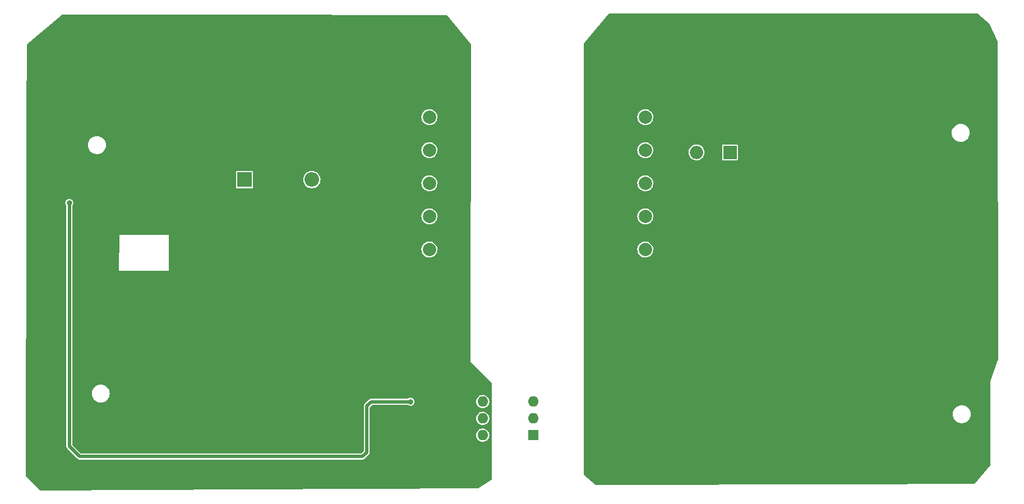
<source format=gbr>
%TF.GenerationSoftware,KiCad,Pcbnew,(6.0.10)*%
%TF.CreationDate,2023-05-29T22:30:10+03:00*%
%TF.ProjectId,flyback,666c7962-6163-46b2-9e6b-696361645f70,rev?*%
%TF.SameCoordinates,Original*%
%TF.FileFunction,Copper,L2,Bot*%
%TF.FilePolarity,Positive*%
%FSLAX46Y46*%
G04 Gerber Fmt 4.6, Leading zero omitted, Abs format (unit mm)*
G04 Created by KiCad (PCBNEW (6.0.10)) date 2023-05-29 22:30:10*
%MOMM*%
%LPD*%
G01*
G04 APERTURE LIST*
%TA.AperFunction,ComponentPad*%
%ADD10C,2.000000*%
%TD*%
%TA.AperFunction,ComponentPad*%
%ADD11R,1.600000X1.600000*%
%TD*%
%TA.AperFunction,ComponentPad*%
%ADD12O,1.600000X1.600000*%
%TD*%
%TA.AperFunction,ComponentPad*%
%ADD13R,2.200000X2.200000*%
%TD*%
%TA.AperFunction,ComponentPad*%
%ADD14O,2.200000X2.200000*%
%TD*%
%TA.AperFunction,ComponentPad*%
%ADD15R,2.000000X2.000000*%
%TD*%
%TA.AperFunction,ComponentPad*%
%ADD16O,2.000000X2.000000*%
%TD*%
%TA.AperFunction,ViaPad*%
%ADD17C,0.800000*%
%TD*%
%TA.AperFunction,Conductor*%
%ADD18C,0.500000*%
%TD*%
G04 APERTURE END LIST*
D10*
%TO.P,T1,12,SA*%
%TO.N,GND2*%
X188229800Y-96186000D03*
%TO.P,T1,10*%
%TO.N,N/C*%
X188229800Y-86186000D03*
%TO.P,T1,6,AA*%
%TO.N,/Vin*%
X155629800Y-71186000D03*
%TO.P,T1,2*%
%TO.N,N/C*%
X155629800Y-91186000D03*
%TO.P,T1,1,AB*%
%TO.N,Net-(D1-Pad2)*%
X155629800Y-96186000D03*
%TO.P,T1,8*%
%TO.N,N/C*%
X188229800Y-76186000D03*
%TO.P,T1,5*%
X155629800Y-76186000D03*
%TO.P,T1,9*%
X188229800Y-81186000D03*
%TO.P,T1,7,SB*%
%TO.N,Net-(D2-Pad2)*%
X188229800Y-71186000D03*
%TO.P,T1,11*%
%TO.N,N/C*%
X188229800Y-91186000D03*
%TO.P,T1,3*%
X155629800Y-86186000D03*
%TO.P,T1,4*%
X155629800Y-81186000D03*
%TD*%
D11*
%TO.P,U2,1*%
%TO.N,Net-(R13-Pad2)*%
X171313000Y-119238000D03*
D12*
%TO.P,U2,2*%
%TO.N,Net-(R14-Pad1)*%
X171313000Y-116698000D03*
%TO.P,U2,3,NC*%
%TO.N,unconnected-(U2-Pad3)*%
X171313000Y-114158000D03*
%TO.P,U2,4*%
%TO.N,/Vfb*%
X163693000Y-114158000D03*
%TO.P,U2,5*%
%TO.N,/Vref*%
X163693000Y-116698000D03*
%TO.P,U2,6*%
%TO.N,unconnected-(U2-Pad6)*%
X163693000Y-119238000D03*
%TD*%
D13*
%TO.P,D1,1,K*%
%TO.N,Net-(C10-Pad2)*%
X127733000Y-80626000D03*
D14*
%TO.P,D1,2,A*%
%TO.N,Net-(D1-Pad2)*%
X137893000Y-80626000D03*
%TD*%
D15*
%TO.P,D2,1,K*%
%TO.N,/Vout*%
X201041000Y-76510000D03*
D16*
%TO.P,D2,2,A*%
%TO.N,Net-(D2-Pad2)*%
X195961000Y-76510000D03*
%TD*%
D17*
%TO.N,/Vfb*%
X101269800Y-84150200D03*
X152781000Y-114173000D03*
%TO.N,GND1*%
X118795800Y-67995800D03*
X103555800Y-94335600D03*
%TD*%
D18*
%TO.N,/Vfb*%
X152781000Y-114173000D02*
X146837400Y-114173000D01*
X145542000Y-122453400D02*
X102844600Y-122453400D01*
X146177000Y-114833400D02*
X146177000Y-121818400D01*
X102844600Y-122453400D02*
X101269800Y-120878600D01*
X146837400Y-114173000D02*
X146177000Y-114833400D01*
X101269800Y-120878600D02*
X101269800Y-84150200D01*
X146177000Y-121818400D02*
X145542000Y-122453400D01*
%TD*%
%TA.AperFunction,Conductor*%
%TO.N,GND2*%
G36*
X238474915Y-55569802D02*
G01*
X238491156Y-55582211D01*
X240238946Y-57157684D01*
X240269467Y-57199525D01*
X241413983Y-59740380D01*
X241425100Y-59791995D01*
X241475849Y-107901635D01*
X241468593Y-107943908D01*
X240348207Y-111101016D01*
X240341527Y-117402862D01*
X240334849Y-123702636D01*
X240314775Y-123770735D01*
X240304938Y-123784006D01*
X237959388Y-126549286D01*
X237900070Y-126588297D01*
X237863692Y-126593781D01*
X217526239Y-126657053D01*
X180818603Y-126771254D01*
X180750420Y-126751464D01*
X180736251Y-126740955D01*
X178980496Y-125237286D01*
X178941767Y-125177783D01*
X178936456Y-125141537D01*
X178940001Y-116052600D01*
X234661141Y-116052600D01*
X234681737Y-116288008D01*
X234742897Y-116516263D01*
X234842765Y-116730429D01*
X234978305Y-116924001D01*
X235145399Y-117091095D01*
X235338971Y-117226635D01*
X235343949Y-117228956D01*
X235343952Y-117228958D01*
X235548155Y-117324180D01*
X235553137Y-117326503D01*
X235558445Y-117327925D01*
X235558447Y-117327926D01*
X235776077Y-117386239D01*
X235781392Y-117387663D01*
X235884482Y-117396682D01*
X235955110Y-117402862D01*
X235955117Y-117402862D01*
X235957834Y-117403100D01*
X236075766Y-117403100D01*
X236078483Y-117402862D01*
X236078490Y-117402862D01*
X236149118Y-117396682D01*
X236252208Y-117387663D01*
X236257523Y-117386239D01*
X236475153Y-117327926D01*
X236475155Y-117327925D01*
X236480463Y-117326503D01*
X236485445Y-117324180D01*
X236689648Y-117228958D01*
X236689651Y-117228956D01*
X236694629Y-117226635D01*
X236888201Y-117091095D01*
X237055295Y-116924001D01*
X237058455Y-116919489D01*
X237187678Y-116734939D01*
X237187681Y-116734934D01*
X237190835Y-116730430D01*
X237193158Y-116725448D01*
X237193161Y-116725443D01*
X237288380Y-116521245D01*
X237288381Y-116521244D01*
X237290703Y-116516263D01*
X237351863Y-116288008D01*
X237372459Y-116052600D01*
X237351863Y-115817192D01*
X237290703Y-115588937D01*
X237190835Y-115374771D01*
X237055295Y-115181199D01*
X236888201Y-115014105D01*
X236694629Y-114878565D01*
X236689651Y-114876244D01*
X236689648Y-114876242D01*
X236485445Y-114781020D01*
X236485443Y-114781019D01*
X236480463Y-114778697D01*
X236475155Y-114777275D01*
X236475153Y-114777274D01*
X236257523Y-114718961D01*
X236257522Y-114718961D01*
X236252208Y-114717537D01*
X236149118Y-114708518D01*
X236078490Y-114702338D01*
X236078483Y-114702338D01*
X236075766Y-114702100D01*
X235957834Y-114702100D01*
X235955117Y-114702338D01*
X235955110Y-114702338D01*
X235884482Y-114708518D01*
X235781392Y-114717537D01*
X235776078Y-114718961D01*
X235776077Y-114718961D01*
X235558447Y-114777274D01*
X235558445Y-114777275D01*
X235553137Y-114778697D01*
X235548157Y-114781019D01*
X235548155Y-114781020D01*
X235343952Y-114876242D01*
X235343949Y-114876244D01*
X235338971Y-114878565D01*
X235145399Y-115014105D01*
X234978305Y-115181199D01*
X234975148Y-115185707D01*
X234975146Y-115185710D01*
X234845922Y-115370261D01*
X234842765Y-115374770D01*
X234840442Y-115379752D01*
X234840439Y-115379757D01*
X234745220Y-115583955D01*
X234742897Y-115588937D01*
X234681737Y-115817192D01*
X234661141Y-116052600D01*
X178940001Y-116052600D01*
X178949712Y-91154440D01*
X187024570Y-91154440D01*
X187039000Y-91374604D01*
X187040421Y-91380200D01*
X187040422Y-91380205D01*
X187091890Y-91582857D01*
X187093311Y-91588452D01*
X187095728Y-91593694D01*
X187095728Y-91593695D01*
X187133846Y-91676379D01*
X187185683Y-91788821D01*
X187313022Y-91969002D01*
X187471064Y-92122961D01*
X187475860Y-92126166D01*
X187475863Y-92126168D01*
X187560061Y-92182427D01*
X187654517Y-92245540D01*
X187659820Y-92247818D01*
X187659823Y-92247820D01*
X187851929Y-92330355D01*
X187857236Y-92332635D01*
X187936888Y-92350658D01*
X188066795Y-92380054D01*
X188066801Y-92380055D01*
X188072432Y-92381329D01*
X188078203Y-92381556D01*
X188078205Y-92381556D01*
X188146011Y-92384220D01*
X188292898Y-92389991D01*
X188402075Y-92374161D01*
X188505538Y-92359160D01*
X188505543Y-92359159D01*
X188511252Y-92358331D01*
X188516716Y-92356476D01*
X188516721Y-92356475D01*
X188714707Y-92289268D01*
X188714712Y-92289266D01*
X188720179Y-92287410D01*
X188912684Y-92179602D01*
X189082318Y-92038518D01*
X189223402Y-91868884D01*
X189331210Y-91676379D01*
X189333066Y-91670912D01*
X189333068Y-91670907D01*
X189400275Y-91472921D01*
X189400276Y-91472916D01*
X189402131Y-91467452D01*
X189402959Y-91461743D01*
X189402960Y-91461738D01*
X189433258Y-91252772D01*
X189433791Y-91249098D01*
X189435443Y-91186000D01*
X189415254Y-90966289D01*
X189355365Y-90753936D01*
X189257780Y-90556053D01*
X189125767Y-90379267D01*
X188963749Y-90229499D01*
X188777150Y-90111764D01*
X188572221Y-90030006D01*
X188566561Y-90028880D01*
X188566557Y-90028879D01*
X188361491Y-89988089D01*
X188361488Y-89988089D01*
X188355824Y-89986962D01*
X188350049Y-89986886D01*
X188350045Y-89986886D01*
X188239304Y-89985437D01*
X188135206Y-89984074D01*
X188129509Y-89985053D01*
X188129508Y-89985053D01*
X187923454Y-90020459D01*
X187923453Y-90020459D01*
X187917757Y-90021438D01*
X187710757Y-90097804D01*
X187521141Y-90210614D01*
X187355257Y-90356090D01*
X187218663Y-90529360D01*
X187115931Y-90724620D01*
X187050503Y-90935333D01*
X187024570Y-91154440D01*
X178949712Y-91154440D01*
X178951662Y-86154440D01*
X187024570Y-86154440D01*
X187039000Y-86374604D01*
X187040421Y-86380200D01*
X187040422Y-86380205D01*
X187091890Y-86582857D01*
X187093311Y-86588452D01*
X187095728Y-86593694D01*
X187095728Y-86593695D01*
X187133846Y-86676379D01*
X187185683Y-86788821D01*
X187313022Y-86969002D01*
X187471064Y-87122961D01*
X187475860Y-87126166D01*
X187475863Y-87126168D01*
X187560061Y-87182427D01*
X187654517Y-87245540D01*
X187659820Y-87247818D01*
X187659823Y-87247820D01*
X187851929Y-87330355D01*
X187857236Y-87332635D01*
X187936888Y-87350658D01*
X188066795Y-87380054D01*
X188066801Y-87380055D01*
X188072432Y-87381329D01*
X188078203Y-87381556D01*
X188078205Y-87381556D01*
X188146011Y-87384220D01*
X188292898Y-87389991D01*
X188402075Y-87374161D01*
X188505538Y-87359160D01*
X188505543Y-87359159D01*
X188511252Y-87358331D01*
X188516716Y-87356476D01*
X188516721Y-87356475D01*
X188714707Y-87289268D01*
X188714712Y-87289266D01*
X188720179Y-87287410D01*
X188912684Y-87179602D01*
X189082318Y-87038518D01*
X189223402Y-86868884D01*
X189331210Y-86676379D01*
X189333066Y-86670912D01*
X189333068Y-86670907D01*
X189400275Y-86472921D01*
X189400276Y-86472916D01*
X189402131Y-86467452D01*
X189402959Y-86461743D01*
X189402960Y-86461738D01*
X189433258Y-86252772D01*
X189433791Y-86249098D01*
X189435443Y-86186000D01*
X189415254Y-85966289D01*
X189355365Y-85753936D01*
X189257780Y-85556053D01*
X189125767Y-85379267D01*
X188963749Y-85229499D01*
X188777150Y-85111764D01*
X188572221Y-85030006D01*
X188566561Y-85028880D01*
X188566557Y-85028879D01*
X188361491Y-84988089D01*
X188361488Y-84988089D01*
X188355824Y-84986962D01*
X188350049Y-84986886D01*
X188350045Y-84986886D01*
X188239304Y-84985437D01*
X188135206Y-84984074D01*
X188129509Y-84985053D01*
X188129508Y-84985053D01*
X187923454Y-85020459D01*
X187923453Y-85020459D01*
X187917757Y-85021438D01*
X187710757Y-85097804D01*
X187521141Y-85210614D01*
X187355257Y-85356090D01*
X187218663Y-85529360D01*
X187115931Y-85724620D01*
X187050503Y-85935333D01*
X187024570Y-86154440D01*
X178951662Y-86154440D01*
X178953169Y-82289268D01*
X178953611Y-81154440D01*
X187024570Y-81154440D01*
X187039000Y-81374604D01*
X187040421Y-81380200D01*
X187040422Y-81380205D01*
X187091890Y-81582857D01*
X187093311Y-81588452D01*
X187095728Y-81593694D01*
X187095728Y-81593695D01*
X187133846Y-81676379D01*
X187185683Y-81788821D01*
X187313022Y-81969002D01*
X187471064Y-82122961D01*
X187475860Y-82126166D01*
X187475863Y-82126168D01*
X187560061Y-82182427D01*
X187654517Y-82245540D01*
X187659820Y-82247818D01*
X187659823Y-82247820D01*
X187851929Y-82330355D01*
X187857236Y-82332635D01*
X187936888Y-82350658D01*
X188066795Y-82380054D01*
X188066801Y-82380055D01*
X188072432Y-82381329D01*
X188078203Y-82381556D01*
X188078205Y-82381556D01*
X188146011Y-82384220D01*
X188292898Y-82389991D01*
X188402075Y-82374161D01*
X188505538Y-82359160D01*
X188505543Y-82359159D01*
X188511252Y-82358331D01*
X188516716Y-82356476D01*
X188516721Y-82356475D01*
X188714707Y-82289268D01*
X188714712Y-82289266D01*
X188720179Y-82287410D01*
X188912684Y-82179602D01*
X189082318Y-82038518D01*
X189223402Y-81868884D01*
X189331210Y-81676379D01*
X189333066Y-81670912D01*
X189333068Y-81670907D01*
X189400275Y-81472921D01*
X189400276Y-81472916D01*
X189402131Y-81467452D01*
X189402959Y-81461743D01*
X189402960Y-81461738D01*
X189433258Y-81252772D01*
X189433791Y-81249098D01*
X189435443Y-81186000D01*
X189415254Y-80966289D01*
X189355365Y-80753936D01*
X189257780Y-80556053D01*
X189125767Y-80379267D01*
X188963749Y-80229499D01*
X188777150Y-80111764D01*
X188572221Y-80030006D01*
X188566561Y-80028880D01*
X188566557Y-80028879D01*
X188361491Y-79988089D01*
X188361488Y-79988089D01*
X188355824Y-79986962D01*
X188350049Y-79986886D01*
X188350045Y-79986886D01*
X188239304Y-79985437D01*
X188135206Y-79984074D01*
X188129509Y-79985053D01*
X188129508Y-79985053D01*
X187923454Y-80020459D01*
X187923453Y-80020459D01*
X187917757Y-80021438D01*
X187710757Y-80097804D01*
X187521141Y-80210614D01*
X187355257Y-80356090D01*
X187218663Y-80529360D01*
X187115931Y-80724620D01*
X187050503Y-80935333D01*
X187024570Y-81154440D01*
X178953611Y-81154440D01*
X178955561Y-76154440D01*
X187024570Y-76154440D01*
X187039000Y-76374604D01*
X187040421Y-76380200D01*
X187040422Y-76380205D01*
X187090345Y-76576772D01*
X187093311Y-76588452D01*
X187095728Y-76593694D01*
X187095728Y-76593695D01*
X187133846Y-76676379D01*
X187185683Y-76788821D01*
X187313022Y-76969002D01*
X187471064Y-77122961D01*
X187475860Y-77126166D01*
X187475863Y-77126168D01*
X187560061Y-77182427D01*
X187654517Y-77245540D01*
X187659820Y-77247818D01*
X187659823Y-77247820D01*
X187851929Y-77330355D01*
X187857236Y-77332635D01*
X187936888Y-77350658D01*
X188066795Y-77380054D01*
X188066801Y-77380055D01*
X188072432Y-77381329D01*
X188078203Y-77381556D01*
X188078205Y-77381556D01*
X188146011Y-77384220D01*
X188292898Y-77389991D01*
X188402075Y-77374161D01*
X188505538Y-77359160D01*
X188505543Y-77359159D01*
X188511252Y-77358331D01*
X188516716Y-77356476D01*
X188516721Y-77356475D01*
X188714707Y-77289268D01*
X188714712Y-77289266D01*
X188720179Y-77287410D01*
X188912684Y-77179602D01*
X189082318Y-77038518D01*
X189223402Y-76868884D01*
X189315627Y-76704205D01*
X189328386Y-76681422D01*
X189328387Y-76681420D01*
X189331210Y-76676379D01*
X189333066Y-76670912D01*
X189333068Y-76670907D01*
X189398402Y-76478440D01*
X194755770Y-76478440D01*
X194770200Y-76698604D01*
X194771621Y-76704200D01*
X194771622Y-76704205D01*
X194812165Y-76863839D01*
X194824511Y-76912452D01*
X194826928Y-76917694D01*
X194826928Y-76917695D01*
X194865046Y-77000379D01*
X194916883Y-77112821D01*
X195044222Y-77293002D01*
X195202264Y-77446961D01*
X195207060Y-77450166D01*
X195207063Y-77450168D01*
X195291261Y-77506427D01*
X195385717Y-77569540D01*
X195391020Y-77571818D01*
X195391023Y-77571820D01*
X195583129Y-77654355D01*
X195588436Y-77656635D01*
X195668088Y-77674658D01*
X195797995Y-77704054D01*
X195798001Y-77704055D01*
X195803632Y-77705329D01*
X195809403Y-77705556D01*
X195809405Y-77705556D01*
X195877211Y-77708220D01*
X196024098Y-77713991D01*
X196133275Y-77698161D01*
X196236738Y-77683160D01*
X196236743Y-77683159D01*
X196242452Y-77682331D01*
X196247916Y-77680476D01*
X196247921Y-77680475D01*
X196445907Y-77613268D01*
X196445912Y-77613266D01*
X196451379Y-77611410D01*
X196597197Y-77529748D01*
X199840500Y-77529748D01*
X199841707Y-77535816D01*
X199848869Y-77571820D01*
X199852133Y-77588231D01*
X199896448Y-77654552D01*
X199962769Y-77698867D01*
X199974938Y-77701288D01*
X199974939Y-77701288D01*
X200015184Y-77709293D01*
X200021252Y-77710500D01*
X202060748Y-77710500D01*
X202066816Y-77709293D01*
X202107061Y-77701288D01*
X202107062Y-77701288D01*
X202119231Y-77698867D01*
X202185552Y-77654552D01*
X202229867Y-77588231D01*
X202233132Y-77571820D01*
X202240293Y-77535816D01*
X202241500Y-77529748D01*
X202241500Y-75490252D01*
X202229867Y-75431769D01*
X202185552Y-75365448D01*
X202119231Y-75321133D01*
X202107062Y-75318712D01*
X202107061Y-75318712D01*
X202066816Y-75310707D01*
X202060748Y-75309500D01*
X200021252Y-75309500D01*
X200015184Y-75310707D01*
X199974939Y-75318712D01*
X199974938Y-75318712D01*
X199962769Y-75321133D01*
X199896448Y-75365448D01*
X199852133Y-75431769D01*
X199840500Y-75490252D01*
X199840500Y-77529748D01*
X196597197Y-77529748D01*
X196643884Y-77503602D01*
X196813518Y-77362518D01*
X196954602Y-77192884D01*
X197062410Y-77000379D01*
X197064266Y-76994912D01*
X197064268Y-76994907D01*
X197131475Y-76796921D01*
X197131476Y-76796916D01*
X197133331Y-76791452D01*
X197134159Y-76785743D01*
X197134160Y-76785738D01*
X197153346Y-76653413D01*
X197164991Y-76573098D01*
X197166643Y-76510000D01*
X197146454Y-76290289D01*
X197086565Y-76077936D01*
X196988980Y-75880053D01*
X196856967Y-75703267D01*
X196694949Y-75553499D01*
X196508350Y-75435764D01*
X196378329Y-75383891D01*
X196308785Y-75356146D01*
X196303421Y-75354006D01*
X196297761Y-75352880D01*
X196297757Y-75352879D01*
X196092691Y-75312089D01*
X196092688Y-75312089D01*
X196087024Y-75310962D01*
X196081249Y-75310886D01*
X196081245Y-75310886D01*
X195970504Y-75309437D01*
X195866406Y-75308074D01*
X195860709Y-75309053D01*
X195860708Y-75309053D01*
X195654654Y-75344459D01*
X195654653Y-75344459D01*
X195648957Y-75345438D01*
X195441957Y-75421804D01*
X195436996Y-75424756D01*
X195436995Y-75424756D01*
X195326907Y-75490252D01*
X195252341Y-75534614D01*
X195086457Y-75680090D01*
X194949863Y-75853360D01*
X194847131Y-76048620D01*
X194781703Y-76259333D01*
X194755770Y-76478440D01*
X189398402Y-76478440D01*
X189400275Y-76472921D01*
X189400276Y-76472916D01*
X189402131Y-76467452D01*
X189402959Y-76461743D01*
X189402960Y-76461738D01*
X189426984Y-76296046D01*
X189433791Y-76249098D01*
X189435443Y-76186000D01*
X189415254Y-75966289D01*
X189355365Y-75753936D01*
X189257780Y-75556053D01*
X189253572Y-75550417D01*
X189129220Y-75383891D01*
X189129220Y-75383890D01*
X189125767Y-75379267D01*
X188963749Y-75229499D01*
X188777150Y-75111764D01*
X188572221Y-75030006D01*
X188566561Y-75028880D01*
X188566557Y-75028879D01*
X188361491Y-74988089D01*
X188361488Y-74988089D01*
X188355824Y-74986962D01*
X188350049Y-74986886D01*
X188350045Y-74986886D01*
X188239304Y-74985437D01*
X188135206Y-74984074D01*
X188129509Y-74985053D01*
X188129508Y-74985053D01*
X187923454Y-75020459D01*
X187923453Y-75020459D01*
X187917757Y-75021438D01*
X187710757Y-75097804D01*
X187521141Y-75210614D01*
X187355257Y-75356090D01*
X187218663Y-75529360D01*
X187115931Y-75724620D01*
X187050503Y-75935333D01*
X187024570Y-76154440D01*
X178955561Y-76154440D01*
X178956573Y-73558400D01*
X234508741Y-73558400D01*
X234529337Y-73793808D01*
X234590497Y-74022063D01*
X234690365Y-74236229D01*
X234825905Y-74429801D01*
X234992999Y-74596895D01*
X235186571Y-74732435D01*
X235191549Y-74734756D01*
X235191552Y-74734758D01*
X235395755Y-74829980D01*
X235400737Y-74832303D01*
X235406045Y-74833725D01*
X235406047Y-74833726D01*
X235623677Y-74892039D01*
X235628992Y-74893463D01*
X235732082Y-74902482D01*
X235802710Y-74908662D01*
X235802717Y-74908662D01*
X235805434Y-74908900D01*
X235923366Y-74908900D01*
X235926083Y-74908662D01*
X235926090Y-74908662D01*
X235996718Y-74902482D01*
X236099808Y-74893463D01*
X236105123Y-74892039D01*
X236322753Y-74833726D01*
X236322755Y-74833725D01*
X236328063Y-74832303D01*
X236333045Y-74829980D01*
X236537248Y-74734758D01*
X236537251Y-74734756D01*
X236542229Y-74732435D01*
X236735801Y-74596895D01*
X236902895Y-74429801D01*
X236906055Y-74425289D01*
X237035278Y-74240739D01*
X237035281Y-74240734D01*
X237038435Y-74236230D01*
X237040758Y-74231248D01*
X237040761Y-74231243D01*
X237135980Y-74027045D01*
X237135981Y-74027044D01*
X237138303Y-74022063D01*
X237199463Y-73793808D01*
X237220059Y-73558400D01*
X237199463Y-73322992D01*
X237138303Y-73094737D01*
X237038435Y-72880571D01*
X236902895Y-72686999D01*
X236735801Y-72519905D01*
X236542229Y-72384365D01*
X236537251Y-72382044D01*
X236537248Y-72382042D01*
X236333045Y-72286820D01*
X236333043Y-72286819D01*
X236328063Y-72284497D01*
X236322755Y-72283075D01*
X236322753Y-72283074D01*
X236105123Y-72224761D01*
X236105122Y-72224761D01*
X236099808Y-72223337D01*
X235996718Y-72214318D01*
X235926090Y-72208138D01*
X235926083Y-72208138D01*
X235923366Y-72207900D01*
X235805434Y-72207900D01*
X235802717Y-72208138D01*
X235802710Y-72208138D01*
X235732082Y-72214318D01*
X235628992Y-72223337D01*
X235623678Y-72224761D01*
X235623677Y-72224761D01*
X235406047Y-72283074D01*
X235406045Y-72283075D01*
X235400737Y-72284497D01*
X235395757Y-72286819D01*
X235395755Y-72286820D01*
X235191552Y-72382042D01*
X235191549Y-72382044D01*
X235186571Y-72384365D01*
X234992999Y-72519905D01*
X234825905Y-72686999D01*
X234822748Y-72691507D01*
X234822746Y-72691510D01*
X234693522Y-72876061D01*
X234690365Y-72880570D01*
X234688042Y-72885552D01*
X234688039Y-72885557D01*
X234592820Y-73089755D01*
X234590497Y-73094737D01*
X234529337Y-73322992D01*
X234508741Y-73558400D01*
X178956573Y-73558400D01*
X178957511Y-71154440D01*
X187024570Y-71154440D01*
X187039000Y-71374604D01*
X187040421Y-71380200D01*
X187040422Y-71380205D01*
X187091890Y-71582857D01*
X187093311Y-71588452D01*
X187095728Y-71593694D01*
X187095728Y-71593695D01*
X187133846Y-71676379D01*
X187185683Y-71788821D01*
X187313022Y-71969002D01*
X187471064Y-72122961D01*
X187475860Y-72126166D01*
X187475863Y-72126168D01*
X187598541Y-72208138D01*
X187654517Y-72245540D01*
X187659820Y-72247818D01*
X187659823Y-72247820D01*
X187851929Y-72330355D01*
X187857236Y-72332635D01*
X187936888Y-72350658D01*
X188066795Y-72380054D01*
X188066801Y-72380055D01*
X188072432Y-72381329D01*
X188078203Y-72381556D01*
X188078205Y-72381556D01*
X188146011Y-72384220D01*
X188292898Y-72389991D01*
X188402075Y-72374161D01*
X188505538Y-72359160D01*
X188505543Y-72359159D01*
X188511252Y-72358331D01*
X188516716Y-72356476D01*
X188516721Y-72356475D01*
X188714707Y-72289268D01*
X188714712Y-72289266D01*
X188720179Y-72287410D01*
X188727922Y-72283074D01*
X188832047Y-72224761D01*
X188912684Y-72179602D01*
X189082318Y-72038518D01*
X189223402Y-71868884D01*
X189331210Y-71676379D01*
X189333066Y-71670912D01*
X189333068Y-71670907D01*
X189400275Y-71472921D01*
X189400276Y-71472916D01*
X189402131Y-71467452D01*
X189402959Y-71461743D01*
X189402960Y-71461738D01*
X189433258Y-71252772D01*
X189433791Y-71249098D01*
X189435443Y-71186000D01*
X189415254Y-70966289D01*
X189355365Y-70753936D01*
X189257780Y-70556053D01*
X189125767Y-70379267D01*
X188963749Y-70229499D01*
X188777150Y-70111764D01*
X188572221Y-70030006D01*
X188566561Y-70028880D01*
X188566557Y-70028879D01*
X188361491Y-69988089D01*
X188361488Y-69988089D01*
X188355824Y-69986962D01*
X188350049Y-69986886D01*
X188350045Y-69986886D01*
X188239304Y-69985437D01*
X188135206Y-69984074D01*
X188129509Y-69985053D01*
X188129508Y-69985053D01*
X187923454Y-70020459D01*
X187923453Y-70020459D01*
X187917757Y-70021438D01*
X187710757Y-70097804D01*
X187521141Y-70210614D01*
X187355257Y-70356090D01*
X187218663Y-70529360D01*
X187115931Y-70724620D01*
X187050503Y-70935333D01*
X187024570Y-71154440D01*
X178957511Y-71154440D01*
X178961815Y-60119499D01*
X178981844Y-60051387D01*
X178990973Y-60038941D01*
X179196524Y-59791995D01*
X182689817Y-55595192D01*
X182748771Y-55555631D01*
X182786659Y-55549800D01*
X238406794Y-55549800D01*
X238474915Y-55569802D01*
G37*
%TD.AperFunction*%
%TD*%
%TA.AperFunction,Conductor*%
%TO.N,Net-(D1-Pad2)*%
G36*
X158379169Y-93238002D02*
G01*
X158406714Y-93262000D01*
X159100666Y-94071610D01*
X159129812Y-94136349D01*
X159131000Y-94153610D01*
X159131000Y-99887375D01*
X159110998Y-99955496D01*
X159082357Y-99986833D01*
X158022125Y-100811458D01*
X157956073Y-100837492D01*
X157944768Y-100838000D01*
X134679015Y-100838000D01*
X134610894Y-100817998D01*
X134582219Y-100792663D01*
X134014204Y-100111045D01*
X133985960Y-100045908D01*
X133985000Y-100030382D01*
X133985000Y-93852000D01*
X134005002Y-93783879D01*
X134058658Y-93737386D01*
X134111000Y-93726000D01*
X136017000Y-93726000D01*
X136029081Y-93720631D01*
X136029084Y-93720630D01*
X137135565Y-93228860D01*
X137186738Y-93218000D01*
X158311048Y-93218000D01*
X158379169Y-93238002D01*
G37*
%TD.AperFunction*%
%TD*%
%TA.AperFunction,Conductor*%
%TO.N,GND1*%
G36*
X124011053Y-55748478D02*
G01*
X158183009Y-55778348D01*
X158251111Y-55798410D01*
X158279740Y-55823740D01*
X161870418Y-60137541D01*
X161898625Y-60202694D01*
X161899576Y-60218213D01*
X161874200Y-108127800D01*
X161881748Y-108135408D01*
X161881748Y-108135409D01*
X165012650Y-111291358D01*
X165046426Y-111353806D01*
X165049200Y-111380098D01*
X165049200Y-125840132D01*
X165029198Y-125908253D01*
X164992789Y-125945172D01*
X163048574Y-127233214D01*
X162979566Y-127254173D01*
X127675783Y-127416864D01*
X96927326Y-127558562D01*
X96859114Y-127538874D01*
X96838627Y-127522625D01*
X96564079Y-127254000D01*
X94778483Y-125506931D01*
X94743781Y-125444993D01*
X94740602Y-125416673D01*
X94804880Y-84150200D01*
X100664118Y-84150200D01*
X100684756Y-84306962D01*
X100745264Y-84453041D01*
X100750291Y-84459592D01*
X100793263Y-84515595D01*
X100818863Y-84581816D01*
X100819300Y-84592299D01*
X100819300Y-120844380D01*
X100818427Y-120859189D01*
X100814436Y-120892910D01*
X100816128Y-120902174D01*
X100816128Y-120902175D01*
X100824972Y-120950601D01*
X100825622Y-120954504D01*
X100834351Y-121012562D01*
X100837479Y-121019075D01*
X100838775Y-121026173D01*
X100865825Y-121078247D01*
X100867568Y-121081737D01*
X100892991Y-121134679D01*
X100897877Y-121139965D01*
X100897910Y-121140013D01*
X100901221Y-121146388D01*
X100905525Y-121151428D01*
X100942752Y-121188655D01*
X100946181Y-121192220D01*
X100984946Y-121234156D01*
X100991303Y-121237848D01*
X100997460Y-121243363D01*
X102501851Y-122747755D01*
X102511706Y-122758844D01*
X102532728Y-122785510D01*
X102540472Y-122790862D01*
X102540474Y-122790864D01*
X102580970Y-122818852D01*
X102584185Y-122821150D01*
X102631417Y-122856035D01*
X102638234Y-122858429D01*
X102644169Y-122862531D01*
X102653144Y-122865369D01*
X102653145Y-122865370D01*
X102675107Y-122872315D01*
X102700075Y-122880212D01*
X102703815Y-122881460D01*
X102750345Y-122897800D01*
X102750348Y-122897801D01*
X102759231Y-122900920D01*
X102766416Y-122901203D01*
X102766489Y-122901217D01*
X102773330Y-122903380D01*
X102779937Y-122903900D01*
X102832591Y-122903900D01*
X102837537Y-122903997D01*
X102894594Y-122906239D01*
X102901703Y-122904354D01*
X102909952Y-122903900D01*
X145507780Y-122903900D01*
X145522589Y-122904773D01*
X145556310Y-122908764D01*
X145565574Y-122907072D01*
X145565575Y-122907072D01*
X145614001Y-122898228D01*
X145617904Y-122897578D01*
X145666645Y-122890250D01*
X145666646Y-122890250D01*
X145675962Y-122888849D01*
X145682475Y-122885721D01*
X145689573Y-122884425D01*
X145741647Y-122857375D01*
X145745137Y-122855632D01*
X145798079Y-122830209D01*
X145803365Y-122825323D01*
X145803413Y-122825290D01*
X145809788Y-122821979D01*
X145814828Y-122817675D01*
X145852055Y-122780448D01*
X145855621Y-122777018D01*
X145890641Y-122744646D01*
X145897556Y-122738254D01*
X145901249Y-122731895D01*
X145906766Y-122725737D01*
X146471350Y-122161153D01*
X146482439Y-122151299D01*
X146501711Y-122136106D01*
X146501715Y-122136102D01*
X146509110Y-122130272D01*
X146514464Y-122122525D01*
X146514468Y-122122521D01*
X146542477Y-122081996D01*
X146544758Y-122078802D01*
X146579635Y-122031583D01*
X146582029Y-122024766D01*
X146586131Y-122018831D01*
X146591170Y-122002900D01*
X146603807Y-121962940D01*
X146605060Y-121959185D01*
X146621400Y-121912655D01*
X146621401Y-121912652D01*
X146624520Y-121903769D01*
X146624803Y-121896584D01*
X146624817Y-121896511D01*
X146626980Y-121889670D01*
X146627500Y-121883063D01*
X146627500Y-121830409D01*
X146627597Y-121825462D01*
X146629469Y-121777818D01*
X146629839Y-121768406D01*
X146627954Y-121761297D01*
X146627500Y-121753048D01*
X146627500Y-119223963D01*
X162687757Y-119223963D01*
X162704175Y-119419483D01*
X162758258Y-119608091D01*
X162761076Y-119613574D01*
X162845123Y-119777113D01*
X162845126Y-119777117D01*
X162847944Y-119782601D01*
X162969818Y-119936369D01*
X163119238Y-120063535D01*
X163124616Y-120066541D01*
X163124618Y-120066542D01*
X163160932Y-120086837D01*
X163290513Y-120159257D01*
X163477118Y-120219889D01*
X163671946Y-120243121D01*
X163678081Y-120242649D01*
X163678083Y-120242649D01*
X163861434Y-120228541D01*
X163861438Y-120228540D01*
X163867576Y-120228068D01*
X164056556Y-120175303D01*
X164231689Y-120086837D01*
X164261515Y-120063535D01*
X164381453Y-119969829D01*
X164386303Y-119966040D01*
X164416084Y-119931539D01*
X164510485Y-119822173D01*
X164510485Y-119822172D01*
X164514509Y-119817511D01*
X164611425Y-119646909D01*
X164673358Y-119460732D01*
X164697949Y-119266071D01*
X164698341Y-119238000D01*
X164679194Y-119042728D01*
X164677413Y-119036829D01*
X164677412Y-119036824D01*
X164624265Y-118860793D01*
X164622484Y-118854894D01*
X164530370Y-118681653D01*
X164406361Y-118529602D01*
X164255180Y-118404535D01*
X164082585Y-118311213D01*
X163988868Y-118282203D01*
X163901039Y-118255015D01*
X163901036Y-118255014D01*
X163895152Y-118253193D01*
X163889027Y-118252549D01*
X163889026Y-118252549D01*
X163706147Y-118233327D01*
X163706146Y-118233327D01*
X163700019Y-118232683D01*
X163577383Y-118243844D01*
X163510759Y-118249907D01*
X163510758Y-118249907D01*
X163504618Y-118250466D01*
X163498704Y-118252207D01*
X163498702Y-118252207D01*
X163369734Y-118290165D01*
X163316393Y-118305864D01*
X163310928Y-118308721D01*
X163147972Y-118393912D01*
X163147968Y-118393915D01*
X163142512Y-118396767D01*
X163137712Y-118400627D01*
X163137711Y-118400627D01*
X163103326Y-118428273D01*
X162989600Y-118519711D01*
X162863480Y-118670016D01*
X162860516Y-118675408D01*
X162860513Y-118675412D01*
X162781813Y-118818567D01*
X162768956Y-118841954D01*
X162709628Y-119028978D01*
X162687757Y-119223963D01*
X146627500Y-119223963D01*
X146627500Y-116683963D01*
X162687757Y-116683963D01*
X162704175Y-116879483D01*
X162758258Y-117068091D01*
X162761076Y-117073574D01*
X162845123Y-117237113D01*
X162845126Y-117237117D01*
X162847944Y-117242601D01*
X162969818Y-117396369D01*
X163119238Y-117523535D01*
X163124616Y-117526541D01*
X163124618Y-117526542D01*
X163160932Y-117546837D01*
X163290513Y-117619257D01*
X163477118Y-117679889D01*
X163671946Y-117703121D01*
X163678081Y-117702649D01*
X163678083Y-117702649D01*
X163861434Y-117688541D01*
X163861438Y-117688540D01*
X163867576Y-117688068D01*
X164056556Y-117635303D01*
X164231689Y-117546837D01*
X164261515Y-117523535D01*
X164381453Y-117429829D01*
X164386303Y-117426040D01*
X164416084Y-117391539D01*
X164510485Y-117282173D01*
X164510485Y-117282172D01*
X164514509Y-117277511D01*
X164611425Y-117106909D01*
X164673358Y-116920732D01*
X164697949Y-116726071D01*
X164698341Y-116698000D01*
X164679194Y-116502728D01*
X164677413Y-116496829D01*
X164677412Y-116496824D01*
X164624265Y-116320793D01*
X164622484Y-116314894D01*
X164530370Y-116141653D01*
X164406361Y-115989602D01*
X164255180Y-115864535D01*
X164082585Y-115771213D01*
X163988868Y-115742203D01*
X163901039Y-115715015D01*
X163901036Y-115715014D01*
X163895152Y-115713193D01*
X163889027Y-115712549D01*
X163889026Y-115712549D01*
X163706147Y-115693327D01*
X163706146Y-115693327D01*
X163700019Y-115692683D01*
X163577383Y-115703844D01*
X163510759Y-115709907D01*
X163510758Y-115709907D01*
X163504618Y-115710466D01*
X163498704Y-115712207D01*
X163498702Y-115712207D01*
X163369734Y-115750165D01*
X163316393Y-115765864D01*
X163310928Y-115768721D01*
X163147972Y-115853912D01*
X163147968Y-115853915D01*
X163142512Y-115856767D01*
X163137712Y-115860627D01*
X163137711Y-115860627D01*
X163103326Y-115888273D01*
X162989600Y-115979711D01*
X162863480Y-116130016D01*
X162860516Y-116135408D01*
X162860513Y-116135412D01*
X162781813Y-116278567D01*
X162768956Y-116301954D01*
X162709628Y-116488978D01*
X162687757Y-116683963D01*
X146627500Y-116683963D01*
X146627500Y-115072193D01*
X146647502Y-115004072D01*
X146664405Y-114983098D01*
X146987098Y-114660405D01*
X147049410Y-114626379D01*
X147076193Y-114623500D01*
X152338901Y-114623500D01*
X152407022Y-114643502D01*
X152415605Y-114649537D01*
X152478159Y-114697536D01*
X152624238Y-114758044D01*
X152781000Y-114778682D01*
X152789188Y-114777604D01*
X152837779Y-114771207D01*
X152937762Y-114758044D01*
X153083841Y-114697536D01*
X153209282Y-114601282D01*
X153305536Y-114475841D01*
X153366044Y-114329762D01*
X153386682Y-114173000D01*
X153382859Y-114143963D01*
X162687757Y-114143963D01*
X162704175Y-114339483D01*
X162758258Y-114528091D01*
X162761076Y-114533574D01*
X162845123Y-114697113D01*
X162845126Y-114697117D01*
X162847944Y-114702601D01*
X162969818Y-114856369D01*
X162974511Y-114860363D01*
X162974512Y-114860364D01*
X163011934Y-114892212D01*
X163119238Y-114983535D01*
X163124616Y-114986541D01*
X163124618Y-114986542D01*
X163155985Y-115004072D01*
X163290513Y-115079257D01*
X163477118Y-115139889D01*
X163671946Y-115163121D01*
X163678081Y-115162649D01*
X163678083Y-115162649D01*
X163861434Y-115148541D01*
X163861438Y-115148540D01*
X163867576Y-115148068D01*
X164056556Y-115095303D01*
X164231689Y-115006837D01*
X164261515Y-114983535D01*
X164308996Y-114946439D01*
X164386303Y-114886040D01*
X164416084Y-114851539D01*
X164510485Y-114742173D01*
X164510485Y-114742172D01*
X164514509Y-114737511D01*
X164611425Y-114566909D01*
X164673358Y-114380732D01*
X164697949Y-114186071D01*
X164698341Y-114158000D01*
X164679194Y-113962728D01*
X164677413Y-113956829D01*
X164677412Y-113956824D01*
X164624265Y-113780793D01*
X164622484Y-113774894D01*
X164530370Y-113601653D01*
X164406361Y-113449602D01*
X164255180Y-113324535D01*
X164082585Y-113231213D01*
X163988868Y-113202203D01*
X163901039Y-113175015D01*
X163901036Y-113175014D01*
X163895152Y-113173193D01*
X163889027Y-113172549D01*
X163889026Y-113172549D01*
X163706147Y-113153327D01*
X163706146Y-113153327D01*
X163700019Y-113152683D01*
X163577777Y-113163808D01*
X163510759Y-113169907D01*
X163510758Y-113169907D01*
X163504618Y-113170466D01*
X163498704Y-113172207D01*
X163498702Y-113172207D01*
X163369734Y-113210165D01*
X163316393Y-113225864D01*
X163310928Y-113228721D01*
X163147972Y-113313912D01*
X163147968Y-113313915D01*
X163142512Y-113316767D01*
X163137712Y-113320627D01*
X163137711Y-113320627D01*
X163103326Y-113348273D01*
X162989600Y-113439711D01*
X162863480Y-113590016D01*
X162860516Y-113595408D01*
X162860513Y-113595412D01*
X162783142Y-113736149D01*
X162768956Y-113761954D01*
X162767095Y-113767821D01*
X162767094Y-113767823D01*
X162753562Y-113810481D01*
X162709628Y-113948978D01*
X162687757Y-114143963D01*
X153382859Y-114143963D01*
X153366044Y-114016238D01*
X153305536Y-113870159D01*
X153209282Y-113744718D01*
X153083841Y-113648464D01*
X152937762Y-113587956D01*
X152917573Y-113585298D01*
X152789188Y-113568396D01*
X152781000Y-113567318D01*
X152772812Y-113568396D01*
X152644428Y-113585298D01*
X152624238Y-113587956D01*
X152478159Y-113648464D01*
X152471608Y-113653491D01*
X152415605Y-113696463D01*
X152349384Y-113722063D01*
X152338901Y-113722500D01*
X146871620Y-113722500D01*
X146856811Y-113721627D01*
X146832443Y-113718743D01*
X146823090Y-113717636D01*
X146813826Y-113719328D01*
X146813822Y-113719328D01*
X146765389Y-113728173D01*
X146761488Y-113728822D01*
X146712755Y-113736149D01*
X146712747Y-113736151D01*
X146703438Y-113737551D01*
X146696928Y-113740677D01*
X146689827Y-113741974D01*
X146681472Y-113746314D01*
X146637763Y-113769018D01*
X146634225Y-113770786D01*
X146589811Y-113792114D01*
X146581321Y-113796191D01*
X146576040Y-113801074D01*
X146575988Y-113801109D01*
X146569612Y-113804420D01*
X146564572Y-113808724D01*
X146527333Y-113845963D01*
X146523768Y-113849392D01*
X146481844Y-113888146D01*
X146478151Y-113894503D01*
X146472644Y-113900652D01*
X145882644Y-114490652D01*
X145871555Y-114500507D01*
X145844890Y-114521528D01*
X145839535Y-114529275D01*
X145839534Y-114529277D01*
X145811545Y-114569775D01*
X145809250Y-114572987D01*
X145774366Y-114620216D01*
X145771973Y-114627032D01*
X145767869Y-114632969D01*
X145765029Y-114641949D01*
X145765028Y-114641951D01*
X145750182Y-114688895D01*
X145748929Y-114692650D01*
X145743738Y-114707434D01*
X145729481Y-114748031D01*
X145729199Y-114755219D01*
X145729188Y-114755278D01*
X145727020Y-114762130D01*
X145726500Y-114768737D01*
X145726500Y-114821416D01*
X145726403Y-114826362D01*
X145724162Y-114883394D01*
X145726046Y-114890500D01*
X145726500Y-114898747D01*
X145726500Y-121579605D01*
X145706498Y-121647726D01*
X145689596Y-121668700D01*
X145392302Y-121965995D01*
X145329989Y-122000020D01*
X145303206Y-122002900D01*
X103083394Y-122002900D01*
X103015273Y-121982898D01*
X102994299Y-121965995D01*
X101757205Y-120728902D01*
X101723180Y-120666590D01*
X101720300Y-120639807D01*
X101720300Y-112928400D01*
X104663941Y-112928400D01*
X104684537Y-113163808D01*
X104745697Y-113392063D01*
X104748019Y-113397043D01*
X104748020Y-113397045D01*
X104838518Y-113591116D01*
X104845565Y-113606229D01*
X104981105Y-113799801D01*
X105148199Y-113966895D01*
X105341771Y-114102435D01*
X105346749Y-114104756D01*
X105346752Y-114104758D01*
X105528642Y-114189575D01*
X105555937Y-114202303D01*
X105561245Y-114203725D01*
X105561247Y-114203726D01*
X105778877Y-114262039D01*
X105784192Y-114263463D01*
X105887282Y-114272482D01*
X105957910Y-114278662D01*
X105957917Y-114278662D01*
X105960634Y-114278900D01*
X106078566Y-114278900D01*
X106081283Y-114278662D01*
X106081290Y-114278662D01*
X106151918Y-114272482D01*
X106255008Y-114263463D01*
X106260323Y-114262039D01*
X106477953Y-114203726D01*
X106477955Y-114203725D01*
X106483263Y-114202303D01*
X106510558Y-114189575D01*
X106692448Y-114104758D01*
X106692451Y-114104756D01*
X106697429Y-114102435D01*
X106891001Y-113966895D01*
X107058095Y-113799801D01*
X107061255Y-113795289D01*
X107190478Y-113610739D01*
X107190481Y-113610734D01*
X107193635Y-113606230D01*
X107195958Y-113601248D01*
X107195961Y-113601243D01*
X107291180Y-113397045D01*
X107291181Y-113397044D01*
X107293503Y-113392063D01*
X107354663Y-113163808D01*
X107375259Y-112928400D01*
X107354663Y-112692992D01*
X107293503Y-112464737D01*
X107193635Y-112250571D01*
X107058095Y-112056999D01*
X106891001Y-111889905D01*
X106697429Y-111754365D01*
X106692451Y-111752044D01*
X106692448Y-111752042D01*
X106488245Y-111656820D01*
X106488243Y-111656819D01*
X106483263Y-111654497D01*
X106477955Y-111653075D01*
X106477953Y-111653074D01*
X106260323Y-111594761D01*
X106260322Y-111594761D01*
X106255008Y-111593337D01*
X106151918Y-111584318D01*
X106081290Y-111578138D01*
X106081283Y-111578138D01*
X106078566Y-111577900D01*
X105960634Y-111577900D01*
X105957917Y-111578138D01*
X105957910Y-111578138D01*
X105887282Y-111584318D01*
X105784192Y-111593337D01*
X105778878Y-111594761D01*
X105778877Y-111594761D01*
X105561247Y-111653074D01*
X105561245Y-111653075D01*
X105555937Y-111654497D01*
X105550957Y-111656819D01*
X105550955Y-111656820D01*
X105346752Y-111752042D01*
X105346749Y-111752044D01*
X105341771Y-111754365D01*
X105148199Y-111889905D01*
X104981105Y-112056999D01*
X104977948Y-112061507D01*
X104977946Y-112061510D01*
X104848722Y-112246061D01*
X104845565Y-112250570D01*
X104843242Y-112255552D01*
X104843239Y-112255557D01*
X104748020Y-112459755D01*
X104745697Y-112464737D01*
X104684537Y-112692992D01*
X104663941Y-112928400D01*
X101720300Y-112928400D01*
X101720300Y-96154440D01*
X154424570Y-96154440D01*
X154439000Y-96374604D01*
X154440421Y-96380200D01*
X154440422Y-96380205D01*
X154491890Y-96582857D01*
X154493311Y-96588452D01*
X154495728Y-96593694D01*
X154495728Y-96593695D01*
X154533846Y-96676379D01*
X154585683Y-96788821D01*
X154713022Y-96969002D01*
X154871064Y-97122961D01*
X154875860Y-97126166D01*
X154875863Y-97126168D01*
X154960061Y-97182427D01*
X155054517Y-97245540D01*
X155059820Y-97247818D01*
X155059823Y-97247820D01*
X155251929Y-97330355D01*
X155257236Y-97332635D01*
X155336888Y-97350658D01*
X155466795Y-97380054D01*
X155466801Y-97380055D01*
X155472432Y-97381329D01*
X155478203Y-97381556D01*
X155478205Y-97381556D01*
X155546011Y-97384220D01*
X155692898Y-97389991D01*
X155802075Y-97374161D01*
X155905538Y-97359160D01*
X155905543Y-97359159D01*
X155911252Y-97358331D01*
X155916716Y-97356476D01*
X155916721Y-97356475D01*
X156114707Y-97289268D01*
X156114712Y-97289266D01*
X156120179Y-97287410D01*
X156312684Y-97179602D01*
X156482318Y-97038518D01*
X156623402Y-96868884D01*
X156731210Y-96676379D01*
X156733066Y-96670912D01*
X156733068Y-96670907D01*
X156800275Y-96472921D01*
X156800276Y-96472916D01*
X156802131Y-96467452D01*
X156802959Y-96461743D01*
X156802960Y-96461738D01*
X156833258Y-96252772D01*
X156833791Y-96249098D01*
X156835443Y-96186000D01*
X156815254Y-95966289D01*
X156755365Y-95753936D01*
X156657780Y-95556053D01*
X156525767Y-95379267D01*
X156363749Y-95229499D01*
X156177150Y-95111764D01*
X155972221Y-95030006D01*
X155966561Y-95028880D01*
X155966557Y-95028879D01*
X155761491Y-94988089D01*
X155761488Y-94988089D01*
X155755824Y-94986962D01*
X155750049Y-94986886D01*
X155750045Y-94986886D01*
X155639304Y-94985437D01*
X155535206Y-94984074D01*
X155529509Y-94985053D01*
X155529508Y-94985053D01*
X155323454Y-95020459D01*
X155323453Y-95020459D01*
X155317757Y-95021438D01*
X155110757Y-95097804D01*
X154921141Y-95210614D01*
X154755257Y-95356090D01*
X154618663Y-95529360D01*
X154515931Y-95724620D01*
X154450503Y-95935333D01*
X154424570Y-96154440D01*
X101720300Y-96154440D01*
X101720300Y-94437200D01*
X108788200Y-94437200D01*
X116281200Y-94437200D01*
X116281117Y-94419085D01*
X116266002Y-91154440D01*
X154424570Y-91154440D01*
X154439000Y-91374604D01*
X154440421Y-91380200D01*
X154440422Y-91380205D01*
X154491890Y-91582857D01*
X154493311Y-91588452D01*
X154495728Y-91593694D01*
X154495728Y-91593695D01*
X154533846Y-91676379D01*
X154585683Y-91788821D01*
X154713022Y-91969002D01*
X154871064Y-92122961D01*
X154875860Y-92126166D01*
X154875863Y-92126168D01*
X154960061Y-92182427D01*
X155054517Y-92245540D01*
X155059820Y-92247818D01*
X155059823Y-92247820D01*
X155251929Y-92330355D01*
X155257236Y-92332635D01*
X155336888Y-92350658D01*
X155466795Y-92380054D01*
X155466801Y-92380055D01*
X155472432Y-92381329D01*
X155478203Y-92381556D01*
X155478205Y-92381556D01*
X155546011Y-92384220D01*
X155692898Y-92389991D01*
X155802075Y-92374161D01*
X155905538Y-92359160D01*
X155905543Y-92359159D01*
X155911252Y-92358331D01*
X155916716Y-92356476D01*
X155916721Y-92356475D01*
X156114707Y-92289268D01*
X156114712Y-92289266D01*
X156120179Y-92287410D01*
X156312684Y-92179602D01*
X156482318Y-92038518D01*
X156623402Y-91868884D01*
X156731210Y-91676379D01*
X156733066Y-91670912D01*
X156733068Y-91670907D01*
X156800275Y-91472921D01*
X156800276Y-91472916D01*
X156802131Y-91467452D01*
X156802959Y-91461743D01*
X156802960Y-91461738D01*
X156833258Y-91252772D01*
X156833791Y-91249098D01*
X156835443Y-91186000D01*
X156815254Y-90966289D01*
X156755365Y-90753936D01*
X156657780Y-90556053D01*
X156525767Y-90379267D01*
X156363749Y-90229499D01*
X156177150Y-90111764D01*
X155972221Y-90030006D01*
X155966561Y-90028880D01*
X155966557Y-90028879D01*
X155761491Y-89988089D01*
X155761488Y-89988089D01*
X155755824Y-89986962D01*
X155750049Y-89986886D01*
X155750045Y-89986886D01*
X155639304Y-89985437D01*
X155535206Y-89984074D01*
X155529509Y-89985053D01*
X155529508Y-89985053D01*
X155323454Y-90020459D01*
X155323453Y-90020459D01*
X155317757Y-90021438D01*
X155110757Y-90097804D01*
X154921141Y-90210614D01*
X154755257Y-90356090D01*
X154618663Y-90529360D01*
X154515931Y-90724620D01*
X154450503Y-90935333D01*
X154424570Y-91154440D01*
X116266002Y-91154440D01*
X116255884Y-88968915D01*
X116255800Y-88950800D01*
X116242290Y-88950846D01*
X116242289Y-88950846D01*
X109900674Y-88972564D01*
X108839000Y-88976200D01*
X108788200Y-94437200D01*
X101720300Y-94437200D01*
X101720300Y-86154440D01*
X154424570Y-86154440D01*
X154439000Y-86374604D01*
X154440421Y-86380200D01*
X154440422Y-86380205D01*
X154491890Y-86582857D01*
X154493311Y-86588452D01*
X154495728Y-86593694D01*
X154495728Y-86593695D01*
X154533846Y-86676379D01*
X154585683Y-86788821D01*
X154713022Y-86969002D01*
X154871064Y-87122961D01*
X154875860Y-87126166D01*
X154875863Y-87126168D01*
X154960061Y-87182427D01*
X155054517Y-87245540D01*
X155059820Y-87247818D01*
X155059823Y-87247820D01*
X155251929Y-87330355D01*
X155257236Y-87332635D01*
X155336888Y-87350658D01*
X155466795Y-87380054D01*
X155466801Y-87380055D01*
X155472432Y-87381329D01*
X155478203Y-87381556D01*
X155478205Y-87381556D01*
X155546011Y-87384220D01*
X155692898Y-87389991D01*
X155802075Y-87374161D01*
X155905538Y-87359160D01*
X155905543Y-87359159D01*
X155911252Y-87358331D01*
X155916716Y-87356476D01*
X155916721Y-87356475D01*
X156114707Y-87289268D01*
X156114712Y-87289266D01*
X156120179Y-87287410D01*
X156312684Y-87179602D01*
X156482318Y-87038518D01*
X156623402Y-86868884D01*
X156731210Y-86676379D01*
X156733066Y-86670912D01*
X156733068Y-86670907D01*
X156800275Y-86472921D01*
X156800276Y-86472916D01*
X156802131Y-86467452D01*
X156802959Y-86461743D01*
X156802960Y-86461738D01*
X156833258Y-86252772D01*
X156833791Y-86249098D01*
X156835443Y-86186000D01*
X156815254Y-85966289D01*
X156755365Y-85753936D01*
X156657780Y-85556053D01*
X156525767Y-85379267D01*
X156363749Y-85229499D01*
X156177150Y-85111764D01*
X155972221Y-85030006D01*
X155966561Y-85028880D01*
X155966557Y-85028879D01*
X155761491Y-84988089D01*
X155761488Y-84988089D01*
X155755824Y-84986962D01*
X155750049Y-84986886D01*
X155750045Y-84986886D01*
X155639304Y-84985437D01*
X155535206Y-84984074D01*
X155529509Y-84985053D01*
X155529508Y-84985053D01*
X155323454Y-85020459D01*
X155323453Y-85020459D01*
X155317757Y-85021438D01*
X155110757Y-85097804D01*
X154921141Y-85210614D01*
X154755257Y-85356090D01*
X154618663Y-85529360D01*
X154515931Y-85724620D01*
X154450503Y-85935333D01*
X154424570Y-86154440D01*
X101720300Y-86154440D01*
X101720300Y-84592299D01*
X101740302Y-84524178D01*
X101746337Y-84515595D01*
X101789309Y-84459592D01*
X101794336Y-84453041D01*
X101854844Y-84306962D01*
X101875482Y-84150200D01*
X101854844Y-83993438D01*
X101794336Y-83847359D01*
X101698082Y-83721918D01*
X101572641Y-83625664D01*
X101426562Y-83565156D01*
X101269800Y-83544518D01*
X101113038Y-83565156D01*
X100966959Y-83625664D01*
X100841518Y-83721918D01*
X100745264Y-83847359D01*
X100684756Y-83993438D01*
X100664118Y-84150200D01*
X94804880Y-84150200D01*
X94808625Y-81745748D01*
X126432500Y-81745748D01*
X126444133Y-81804231D01*
X126488448Y-81870552D01*
X126554769Y-81914867D01*
X126566938Y-81917288D01*
X126566939Y-81917288D01*
X126607184Y-81925293D01*
X126613252Y-81926500D01*
X128852748Y-81926500D01*
X128858816Y-81925293D01*
X128899061Y-81917288D01*
X128899062Y-81917288D01*
X128911231Y-81914867D01*
X128977552Y-81870552D01*
X129021867Y-81804231D01*
X129033500Y-81745748D01*
X129033500Y-80626000D01*
X136587532Y-80626000D01*
X136607365Y-80852692D01*
X136608789Y-80858005D01*
X136608789Y-80858007D01*
X136639346Y-80972046D01*
X136666261Y-81072496D01*
X136668583Y-81077476D01*
X136668584Y-81077478D01*
X136750326Y-81252772D01*
X136762432Y-81278734D01*
X136892953Y-81465139D01*
X137053861Y-81626047D01*
X137240266Y-81756568D01*
X137245244Y-81758889D01*
X137245247Y-81758891D01*
X137441522Y-81850416D01*
X137446504Y-81852739D01*
X137451812Y-81854161D01*
X137451814Y-81854162D01*
X137660993Y-81910211D01*
X137660995Y-81910211D01*
X137666308Y-81911635D01*
X137893000Y-81931468D01*
X138119692Y-81911635D01*
X138125005Y-81910211D01*
X138125007Y-81910211D01*
X138334186Y-81854162D01*
X138334188Y-81854161D01*
X138339496Y-81852739D01*
X138344478Y-81850416D01*
X138540753Y-81758891D01*
X138540756Y-81758889D01*
X138545734Y-81756568D01*
X138732139Y-81626047D01*
X138893047Y-81465139D01*
X139023568Y-81278734D01*
X139035675Y-81252772D01*
X139081528Y-81154440D01*
X154424570Y-81154440D01*
X154439000Y-81374604D01*
X154440421Y-81380200D01*
X154440422Y-81380205D01*
X154491890Y-81582857D01*
X154493311Y-81588452D01*
X154495728Y-81593694D01*
X154495728Y-81593695D01*
X154533846Y-81676379D01*
X154585683Y-81788821D01*
X154713022Y-81969002D01*
X154871064Y-82122961D01*
X154875860Y-82126166D01*
X154875863Y-82126168D01*
X154960061Y-82182427D01*
X155054517Y-82245540D01*
X155059820Y-82247818D01*
X155059823Y-82247820D01*
X155251929Y-82330355D01*
X155257236Y-82332635D01*
X155336888Y-82350658D01*
X155466795Y-82380054D01*
X155466801Y-82380055D01*
X155472432Y-82381329D01*
X155478203Y-82381556D01*
X155478205Y-82381556D01*
X155546011Y-82384220D01*
X155692898Y-82389991D01*
X155802075Y-82374161D01*
X155905538Y-82359160D01*
X155905543Y-82359159D01*
X155911252Y-82358331D01*
X155916716Y-82356476D01*
X155916721Y-82356475D01*
X156114707Y-82289268D01*
X156114712Y-82289266D01*
X156120179Y-82287410D01*
X156312684Y-82179602D01*
X156482318Y-82038518D01*
X156571351Y-81931468D01*
X156619708Y-81873326D01*
X156619710Y-81873323D01*
X156623402Y-81868884D01*
X156688963Y-81751816D01*
X156728386Y-81681422D01*
X156728387Y-81681420D01*
X156731210Y-81676379D01*
X156733066Y-81670912D01*
X156733068Y-81670907D01*
X156800275Y-81472921D01*
X156800276Y-81472916D01*
X156802131Y-81467452D01*
X156802959Y-81461743D01*
X156802960Y-81461738D01*
X156833258Y-81252772D01*
X156833791Y-81249098D01*
X156835443Y-81186000D01*
X156815254Y-80966289D01*
X156755365Y-80753936D01*
X156657780Y-80556053D01*
X156536764Y-80393993D01*
X156529220Y-80383891D01*
X156529220Y-80383890D01*
X156525767Y-80379267D01*
X156363749Y-80229499D01*
X156177150Y-80111764D01*
X155972221Y-80030006D01*
X155966561Y-80028880D01*
X155966557Y-80028879D01*
X155761491Y-79988089D01*
X155761488Y-79988089D01*
X155755824Y-79986962D01*
X155750049Y-79986886D01*
X155750045Y-79986886D01*
X155639304Y-79985437D01*
X155535206Y-79984074D01*
X155529509Y-79985053D01*
X155529508Y-79985053D01*
X155323454Y-80020459D01*
X155323453Y-80020459D01*
X155317757Y-80021438D01*
X155110757Y-80097804D01*
X154921141Y-80210614D01*
X154755257Y-80356090D01*
X154618663Y-80529360D01*
X154515931Y-80724620D01*
X154450503Y-80935333D01*
X154424570Y-81154440D01*
X139081528Y-81154440D01*
X139117416Y-81077478D01*
X139117417Y-81077476D01*
X139119739Y-81072496D01*
X139146655Y-80972046D01*
X139177211Y-80858007D01*
X139177211Y-80858005D01*
X139178635Y-80852692D01*
X139198468Y-80626000D01*
X139178635Y-80399308D01*
X139167055Y-80356090D01*
X139121162Y-80184814D01*
X139121161Y-80184812D01*
X139119739Y-80179504D01*
X139083018Y-80100756D01*
X139025891Y-79978247D01*
X139025889Y-79978244D01*
X139023568Y-79973266D01*
X138893047Y-79786861D01*
X138732139Y-79625953D01*
X138545734Y-79495432D01*
X138540756Y-79493111D01*
X138540753Y-79493109D01*
X138344478Y-79401584D01*
X138344476Y-79401583D01*
X138339496Y-79399261D01*
X138334188Y-79397839D01*
X138334186Y-79397838D01*
X138125007Y-79341789D01*
X138125005Y-79341789D01*
X138119692Y-79340365D01*
X137893000Y-79320532D01*
X137666308Y-79340365D01*
X137660995Y-79341789D01*
X137660993Y-79341789D01*
X137451814Y-79397838D01*
X137451812Y-79397839D01*
X137446504Y-79399261D01*
X137441524Y-79401583D01*
X137441522Y-79401584D01*
X137245247Y-79493109D01*
X137245244Y-79493111D01*
X137240266Y-79495432D01*
X137053861Y-79625953D01*
X136892953Y-79786861D01*
X136762432Y-79973266D01*
X136760111Y-79978244D01*
X136760109Y-79978247D01*
X136702982Y-80100756D01*
X136666261Y-80179504D01*
X136664839Y-80184812D01*
X136664838Y-80184814D01*
X136618945Y-80356090D01*
X136607365Y-80399308D01*
X136587532Y-80626000D01*
X129033500Y-80626000D01*
X129033500Y-79506252D01*
X129021867Y-79447769D01*
X128977552Y-79381448D01*
X128911231Y-79337133D01*
X128899062Y-79334712D01*
X128899061Y-79334712D01*
X128858816Y-79326707D01*
X128852748Y-79325500D01*
X126613252Y-79325500D01*
X126607184Y-79326707D01*
X126566939Y-79334712D01*
X126566938Y-79334712D01*
X126554769Y-79337133D01*
X126488448Y-79381448D01*
X126444133Y-79447769D01*
X126432500Y-79506252D01*
X126432500Y-81745748D01*
X94808625Y-81745748D01*
X94818490Y-75412600D01*
X104079741Y-75412600D01*
X104100337Y-75648008D01*
X104161497Y-75876263D01*
X104163819Y-75881243D01*
X104163820Y-75881245D01*
X104206162Y-75972046D01*
X104261365Y-76090429D01*
X104396905Y-76284001D01*
X104563999Y-76451095D01*
X104757571Y-76586635D01*
X104762549Y-76588956D01*
X104762552Y-76588958D01*
X104966755Y-76684180D01*
X104971737Y-76686503D01*
X104977045Y-76687925D01*
X104977047Y-76687926D01*
X105194677Y-76746239D01*
X105199992Y-76747663D01*
X105303082Y-76756682D01*
X105373710Y-76762862D01*
X105373717Y-76762862D01*
X105376434Y-76763100D01*
X105494366Y-76763100D01*
X105497083Y-76762862D01*
X105497090Y-76762862D01*
X105567718Y-76756682D01*
X105670808Y-76747663D01*
X105676123Y-76746239D01*
X105893753Y-76687926D01*
X105893755Y-76687925D01*
X105899063Y-76686503D01*
X105904045Y-76684180D01*
X106108248Y-76588958D01*
X106108251Y-76588956D01*
X106113229Y-76586635D01*
X106306801Y-76451095D01*
X106473895Y-76284001D01*
X106477055Y-76279489D01*
X106564615Y-76154440D01*
X154424570Y-76154440D01*
X154439000Y-76374604D01*
X154440421Y-76380200D01*
X154440422Y-76380205D01*
X154491890Y-76582857D01*
X154493311Y-76588452D01*
X154495728Y-76593694D01*
X154495728Y-76593695D01*
X154538513Y-76686503D01*
X154585683Y-76788821D01*
X154713022Y-76969002D01*
X154871064Y-77122961D01*
X154875860Y-77126166D01*
X154875863Y-77126168D01*
X154960061Y-77182427D01*
X155054517Y-77245540D01*
X155059820Y-77247818D01*
X155059823Y-77247820D01*
X155251929Y-77330355D01*
X155257236Y-77332635D01*
X155336888Y-77350658D01*
X155466795Y-77380054D01*
X155466801Y-77380055D01*
X155472432Y-77381329D01*
X155478203Y-77381556D01*
X155478205Y-77381556D01*
X155546011Y-77384220D01*
X155692898Y-77389991D01*
X155802075Y-77374161D01*
X155905538Y-77359160D01*
X155905543Y-77359159D01*
X155911252Y-77358331D01*
X155916716Y-77356476D01*
X155916721Y-77356475D01*
X156114707Y-77289268D01*
X156114712Y-77289266D01*
X156120179Y-77287410D01*
X156312684Y-77179602D01*
X156482318Y-77038518D01*
X156623402Y-76868884D01*
X156692087Y-76746239D01*
X156728386Y-76681422D01*
X156728387Y-76681420D01*
X156731210Y-76676379D01*
X156733066Y-76670912D01*
X156733068Y-76670907D01*
X156800275Y-76472921D01*
X156800276Y-76472916D01*
X156802131Y-76467452D01*
X156802959Y-76461743D01*
X156802960Y-76461738D01*
X156828165Y-76287898D01*
X156833791Y-76249098D01*
X156835443Y-76186000D01*
X156815254Y-75966289D01*
X156755365Y-75753936D01*
X156657780Y-75556053D01*
X156554747Y-75418075D01*
X156529220Y-75383891D01*
X156529220Y-75383890D01*
X156525767Y-75379267D01*
X156363749Y-75229499D01*
X156177150Y-75111764D01*
X155972221Y-75030006D01*
X155966561Y-75028880D01*
X155966557Y-75028879D01*
X155761491Y-74988089D01*
X155761488Y-74988089D01*
X155755824Y-74986962D01*
X155750049Y-74986886D01*
X155750045Y-74986886D01*
X155639304Y-74985437D01*
X155535206Y-74984074D01*
X155529509Y-74985053D01*
X155529508Y-74985053D01*
X155323454Y-75020459D01*
X155323453Y-75020459D01*
X155317757Y-75021438D01*
X155110757Y-75097804D01*
X154921141Y-75210614D01*
X154755257Y-75356090D01*
X154618663Y-75529360D01*
X154515931Y-75724620D01*
X154450503Y-75935333D01*
X154424570Y-76154440D01*
X106564615Y-76154440D01*
X106606278Y-76094939D01*
X106606281Y-76094934D01*
X106609435Y-76090430D01*
X106611758Y-76085448D01*
X106611761Y-76085443D01*
X106706980Y-75881245D01*
X106706981Y-75881244D01*
X106709303Y-75876263D01*
X106770463Y-75648008D01*
X106791059Y-75412600D01*
X106770463Y-75177192D01*
X106769039Y-75171877D01*
X106710726Y-74954247D01*
X106710725Y-74954245D01*
X106709303Y-74948937D01*
X106609435Y-74734771D01*
X106473895Y-74541199D01*
X106306801Y-74374105D01*
X106113229Y-74238565D01*
X106108251Y-74236244D01*
X106108248Y-74236242D01*
X105904045Y-74141020D01*
X105904043Y-74141019D01*
X105899063Y-74138697D01*
X105893755Y-74137275D01*
X105893753Y-74137274D01*
X105676123Y-74078961D01*
X105676122Y-74078961D01*
X105670808Y-74077537D01*
X105567718Y-74068518D01*
X105497090Y-74062338D01*
X105497083Y-74062338D01*
X105494366Y-74062100D01*
X105376434Y-74062100D01*
X105373717Y-74062338D01*
X105373710Y-74062338D01*
X105303082Y-74068518D01*
X105199992Y-74077537D01*
X105194678Y-74078961D01*
X105194677Y-74078961D01*
X104977047Y-74137274D01*
X104977045Y-74137275D01*
X104971737Y-74138697D01*
X104966757Y-74141019D01*
X104966755Y-74141020D01*
X104762552Y-74236242D01*
X104762549Y-74236244D01*
X104757571Y-74238565D01*
X104563999Y-74374105D01*
X104396905Y-74541199D01*
X104393748Y-74545707D01*
X104393746Y-74545710D01*
X104264522Y-74730261D01*
X104261365Y-74734770D01*
X104259042Y-74739752D01*
X104259039Y-74739757D01*
X104163820Y-74943955D01*
X104161497Y-74948937D01*
X104160075Y-74954245D01*
X104160074Y-74954247D01*
X104101761Y-75171877D01*
X104100337Y-75177192D01*
X104079741Y-75412600D01*
X94818490Y-75412600D01*
X94825123Y-71154440D01*
X154424570Y-71154440D01*
X154439000Y-71374604D01*
X154440421Y-71380200D01*
X154440422Y-71380205D01*
X154491890Y-71582857D01*
X154493311Y-71588452D01*
X154495728Y-71593694D01*
X154495728Y-71593695D01*
X154533846Y-71676379D01*
X154585683Y-71788821D01*
X154713022Y-71969002D01*
X154871064Y-72122961D01*
X154875860Y-72126166D01*
X154875863Y-72126168D01*
X154960061Y-72182427D01*
X155054517Y-72245540D01*
X155059820Y-72247818D01*
X155059823Y-72247820D01*
X155251929Y-72330355D01*
X155257236Y-72332635D01*
X155336888Y-72350658D01*
X155466795Y-72380054D01*
X155466801Y-72380055D01*
X155472432Y-72381329D01*
X155478203Y-72381556D01*
X155478205Y-72381556D01*
X155546011Y-72384220D01*
X155692898Y-72389991D01*
X155802075Y-72374161D01*
X155905538Y-72359160D01*
X155905543Y-72359159D01*
X155911252Y-72358331D01*
X155916716Y-72356476D01*
X155916721Y-72356475D01*
X156114707Y-72289268D01*
X156114712Y-72289266D01*
X156120179Y-72287410D01*
X156312684Y-72179602D01*
X156482318Y-72038518D01*
X156623402Y-71868884D01*
X156731210Y-71676379D01*
X156733066Y-71670912D01*
X156733068Y-71670907D01*
X156800275Y-71472921D01*
X156800276Y-71472916D01*
X156802131Y-71467452D01*
X156802959Y-71461743D01*
X156802960Y-71461738D01*
X156833258Y-71252772D01*
X156833791Y-71249098D01*
X156835443Y-71186000D01*
X156815254Y-70966289D01*
X156755365Y-70753936D01*
X156657780Y-70556053D01*
X156525767Y-70379267D01*
X156363749Y-70229499D01*
X156177150Y-70111764D01*
X155972221Y-70030006D01*
X155966561Y-70028880D01*
X155966557Y-70028879D01*
X155761491Y-69988089D01*
X155761488Y-69988089D01*
X155755824Y-69986962D01*
X155750049Y-69986886D01*
X155750045Y-69986886D01*
X155639304Y-69985437D01*
X155535206Y-69984074D01*
X155529509Y-69985053D01*
X155529508Y-69985053D01*
X155323454Y-70020459D01*
X155323453Y-70020459D01*
X155317757Y-70021438D01*
X155110757Y-70097804D01*
X154921141Y-70210614D01*
X154755257Y-70356090D01*
X154618663Y-70529360D01*
X154515931Y-70724620D01*
X154450503Y-70935333D01*
X154424570Y-71154440D01*
X94825123Y-71154440D01*
X94842029Y-60300542D01*
X94862137Y-60232452D01*
X94886183Y-60204940D01*
X100091402Y-55757843D01*
X100156188Y-55728801D01*
X100173358Y-55727641D01*
X124011053Y-55748478D01*
G37*
%TD.AperFunction*%
%TD*%
M02*

</source>
